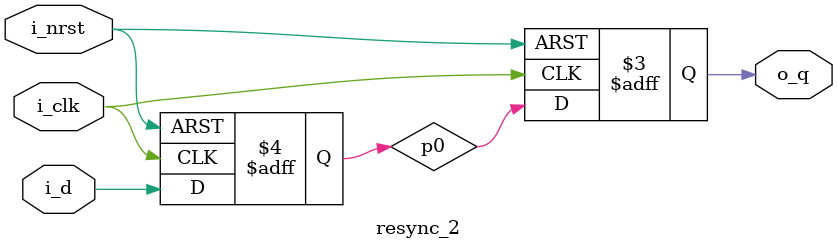
<source format=v>
`timescale 1ns/1ps
module resync_2(
	input				i_clk,
   input          i_nrst,
   input          i_d,
   output   reg   o_q 
);
   reg   p0;

	always@(posedge i_clk or negedge i_nrst) begin
		if(!i_nrst) begin
         p0    <= 1'b0;
         o_q   <= 1'b0;
		end else begin
         o_q   <= p0;
         p0    <= i_d;
		end
	end
endmodule

</source>
